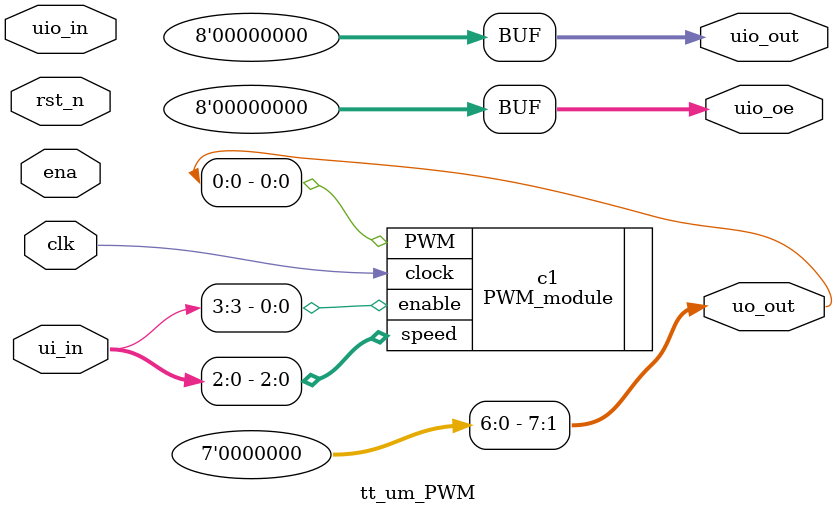
<source format=v>
/*
 * Copyright (c) 2024 Your Name
 * SPDX-License-Identifier: Apache-2.0
 */

`default_nettype none

module tt_um_PWM (
    input  wire [7:0] ui_in,    // Dedicated inputs
    output wire [7:0] uo_out,   // Dedicated outputs
    input  wire [7:0] uio_in,   // IOs: Input path
    output wire [7:0] uio_out,  // IOs: Output path
    output wire [7:0] uio_oe,   // IOs: Enable path (active high: 0=input, 1=output)
    input  wire       ena,      // always 1 when the design is powered, so you can ignore it
    input  wire       clk,      // clock
    input  wire       rst_n     // reset_n - low to reset
);

  // All output pins must be assigned. If not used, assign to 0.

PWM_module c1 (.clock(clk), .enable(ui_in[3]), .speed(ui_in[2:0]), .PWM(uo_out[0]));

    assign uio_oe[7:0] =  8'b00000000; //Bi-directional port as output.
    assign uio_out[7:0] = 8'b00000000; // at 0. 
    assign uo_out [7:1] = 7'b0000000; // at 0.   

  // List all unused inputs to prevent warnings
    wire _unused = &{ui_in[7:4], ena, rst_n};

endmodule

</source>
